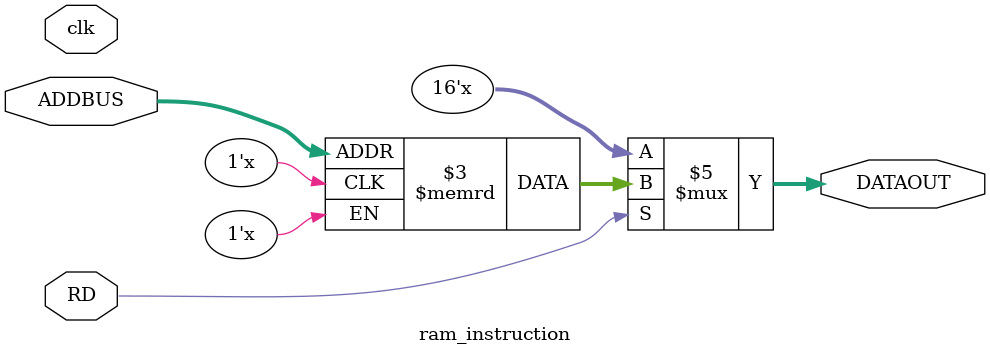
<source format=v>
module ram_instruction(DATAOUT,ADDBUS, RD, clk);
/*
	Control signals:
	
	clk - Clock signal
	RD - Read to memory
		
	Datapaths:
	
	DATAOUT - 16 bit data output from memory
	ADDBUS - 16 bit memory address
*/

   output reg [15:0] DATAOUT;
   input [15:0] ADDBUS;
   input RD, clk;
   reg [15:0] mem [65535:0];
	
	always @ (~clk)
		begin
			if (RD == 1)
				begin
					DATAOUT = mem[ADDBUS];
				end
			else 
				begin
					DATAOUT = 16'bz;
				end
		end
endmodule
</source>
